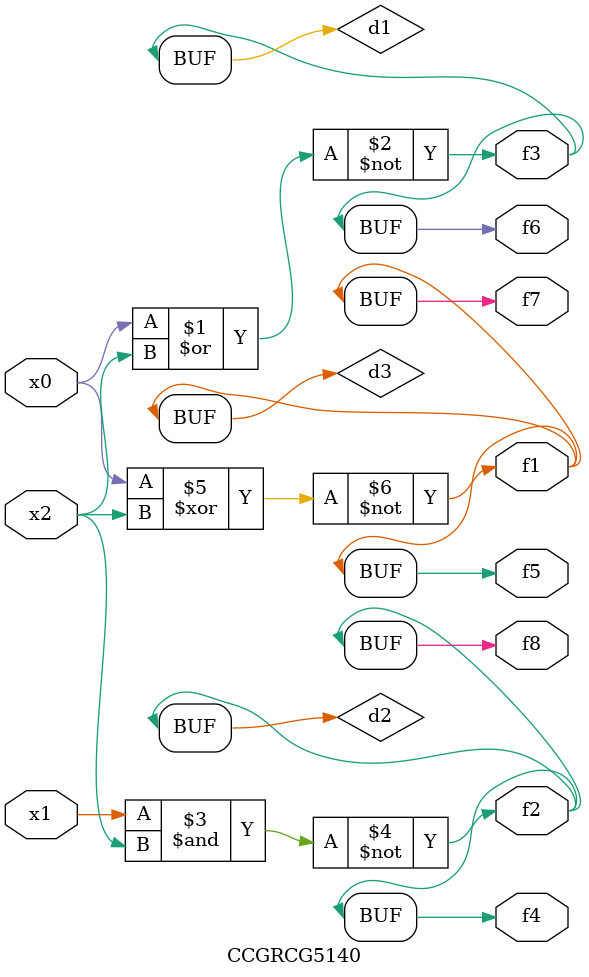
<source format=v>
module CCGRCG5140(
	input x0, x1, x2,
	output f1, f2, f3, f4, f5, f6, f7, f8
);

	wire d1, d2, d3;

	nor (d1, x0, x2);
	nand (d2, x1, x2);
	xnor (d3, x0, x2);
	assign f1 = d3;
	assign f2 = d2;
	assign f3 = d1;
	assign f4 = d2;
	assign f5 = d3;
	assign f6 = d1;
	assign f7 = d3;
	assign f8 = d2;
endmodule

</source>
